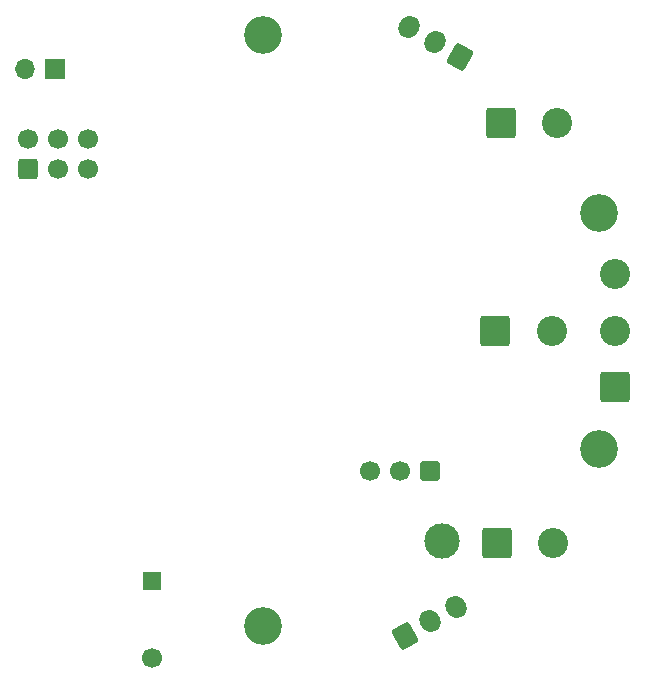
<source format=gbr>
%TF.GenerationSoftware,KiCad,Pcbnew,9.0.0-rc1*%
%TF.CreationDate,2025-03-26T15:14:04+01:00*%
%TF.ProjectId,Robobuoy-Sub-Round-v2_0,526f626f-6275-46f7-992d-5375622d526f,2.0*%
%TF.SameCoordinates,Original*%
%TF.FileFunction,Soldermask,Bot*%
%TF.FilePolarity,Negative*%
%FSLAX46Y46*%
G04 Gerber Fmt 4.6, Leading zero omitted, Abs format (unit mm)*
G04 Created by KiCad (PCBNEW 9.0.0-rc1) date 2025-03-26 15:14:04*
%MOMM*%
%LPD*%
G01*
G04 APERTURE LIST*
G04 Aperture macros list*
%AMRoundRect*
0 Rectangle with rounded corners*
0 $1 Rounding radius*
0 $2 $3 $4 $5 $6 $7 $8 $9 X,Y pos of 4 corners*
0 Add a 4 corners polygon primitive as box body*
4,1,4,$2,$3,$4,$5,$6,$7,$8,$9,$2,$3,0*
0 Add four circle primitives for the rounded corners*
1,1,$1+$1,$2,$3*
1,1,$1+$1,$4,$5*
1,1,$1+$1,$6,$7*
1,1,$1+$1,$8,$9*
0 Add four rect primitives between the rounded corners*
20,1,$1+$1,$2,$3,$4,$5,0*
20,1,$1+$1,$4,$5,$6,$7,0*
20,1,$1+$1,$6,$7,$8,$9,0*
20,1,$1+$1,$8,$9,$2,$3,0*%
%AMHorizOval*
0 Thick line with rounded ends*
0 $1 width*
0 $2 $3 position (X,Y) of the first rounded end (center of the circle)*
0 $4 $5 position (X,Y) of the second rounded end (center of the circle)*
0 Add line between two ends*
20,1,$1,$2,$3,$4,$5,0*
0 Add two circle primitives to create the rounded ends*
1,1,$1,$2,$3*
1,1,$1,$4,$5*%
G04 Aperture macros list end*
%ADD10R,1.700000X1.700000*%
%ADD11O,1.700000X1.700000*%
%ADD12C,3.200000*%
%ADD13RoundRect,0.249999X-1.025001X-1.025001X1.025001X-1.025001X1.025001X1.025001X-1.025001X1.025001X0*%
%ADD14C,2.550000*%
%ADD15RoundRect,0.206250X0.618750X0.618750X-0.618750X0.618750X-0.618750X-0.618750X0.618750X-0.618750X0*%
%ADD16C,1.700000*%
%ADD17R,1.650000X1.650000*%
%ADD18C,3.000000*%
%ADD19RoundRect,0.249999X1.025001X-1.025001X1.025001X1.025001X-1.025001X1.025001X-1.025001X-1.025001X0*%
%ADD20RoundRect,0.250000X-0.157115X-0.927868X0.882115X-0.327868X0.157115X0.927868X-0.882115X0.327868X0*%
%ADD21HorizOval,1.700000X-0.062500X0.108253X0.062500X-0.108253X0*%
%ADD22RoundRect,0.250000X0.882115X0.327868X-0.157115X0.927868X-0.882115X-0.327868X0.157115X-0.927868X0*%
%ADD23HorizOval,1.700000X0.062500X0.108253X-0.062500X-0.108253X0*%
%ADD24RoundRect,0.250000X0.600000X-0.600000X0.600000X0.600000X-0.600000X0.600000X-0.600000X-0.600000X0*%
G04 APERTURE END LIST*
D10*
%TO.C,SW101*%
X-17539000Y22172000D03*
D11*
X-20079000Y22172000D03*
%TD*%
D12*
%TO.C,H501*%
X0Y-25000000D03*
%TD*%
D13*
%TO.C,J402*%
X19825000Y-17960000D03*
D14*
X24625000Y-17960000D03*
%TD*%
D12*
%TO.C,H502*%
X0Y25000000D03*
%TD*%
D15*
%TO.C,SW201*%
X14206000Y-11864000D03*
D16*
X11666000Y-11864000D03*
X9126000Y-11864000D03*
%TD*%
D17*
%TO.C,BZ101*%
X-9372600Y-21184800D03*
D16*
X-9372600Y-27684800D03*
%TD*%
D13*
%TO.C,J201*%
X19685000Y0D03*
D14*
X24485000Y0D03*
%TD*%
D18*
%TO.C,TP203*%
X15214600Y-17830800D03*
%TD*%
D19*
%TO.C,J202*%
X29845000Y-4800000D03*
D14*
X29845000Y0D03*
X29845000Y4800000D03*
%TD*%
D12*
%TO.C,H504*%
X28500000Y-10000000D03*
%TD*%
%TO.C,H503*%
X28500000Y10000000D03*
%TD*%
D13*
%TO.C,J302*%
X20170000Y17600000D03*
D14*
X24970001Y17600000D03*
%TD*%
D20*
%TO.C,J401*%
X12032437Y-25867337D03*
D21*
X14197501Y-24617337D03*
X16362564Y-23367337D03*
%TD*%
D22*
%TO.C,J301*%
X16746000Y23188000D03*
D23*
X14580936Y24438000D03*
X12415873Y25688000D03*
%TD*%
D24*
%TO.C,J101*%
X-19835000Y13672500D03*
D16*
X-19835000Y16212500D03*
X-17295000Y13672500D03*
X-17295000Y16212500D03*
X-14755000Y13672500D03*
X-14755000Y16212500D03*
%TD*%
M02*

</source>
